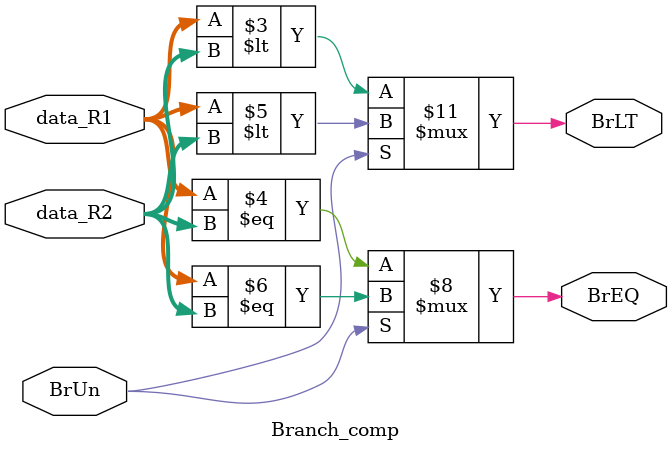
<source format=sv>
`timescale 1ns / 1ps


module Branch_comp(
    input logic [31:0] data_R1,
    input logic [31:0] data_R2,
    input logic BrUn,
    output logic BrLT,
    output logic BrEQ
);
    always_comb
    begin
        if (!BrUn) begin
            // Signed comparison
            BrLT = ($signed(data_R1) < $signed(data_R2));
            BrEQ = ($signed(data_R1) == $signed(data_R2));
        end else begin
            // Unsigned comparison
            BrLT = (data_R1 < data_R2);
            BrEQ = (data_R1 == data_R2);
        end
    end
endmodule

</source>
